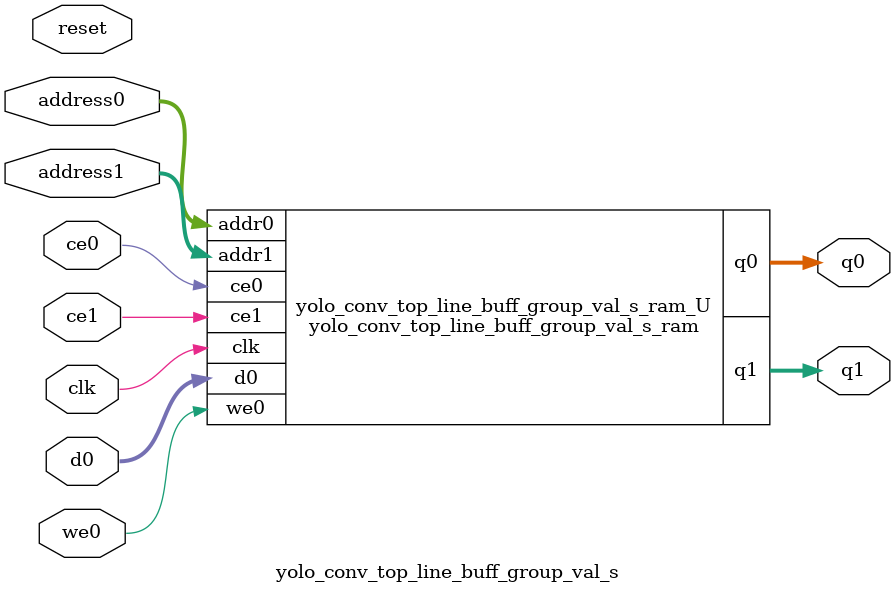
<source format=v>
`timescale 1 ns / 1 ps
module yolo_conv_top_line_buff_group_val_s_ram (addr0, ce0, d0, we0, q0, addr1, ce1, q1,  clk);

parameter DWIDTH = 32;
parameter AWIDTH = 11;
parameter MEM_SIZE = 1254;

input[AWIDTH-1:0] addr0;
input ce0;
input[DWIDTH-1:0] d0;
input we0;
output reg[DWIDTH-1:0] q0;
input[AWIDTH-1:0] addr1;
input ce1;
output reg[DWIDTH-1:0] q1;
input clk;

(* ram_style = "block" *)reg [DWIDTH-1:0] ram[0:MEM_SIZE-1];




always @(posedge clk)  
begin 
    if (ce0) 
    begin
        if (we0) 
        begin 
            ram[addr0] <= d0; 
        end 
        q0 <= ram[addr0];
    end
end


always @(posedge clk)  
begin 
    if (ce1) 
    begin
        q1 <= ram[addr1];
    end
end


endmodule

`timescale 1 ns / 1 ps
module yolo_conv_top_line_buff_group_val_s(
    reset,
    clk,
    address0,
    ce0,
    we0,
    d0,
    q0,
    address1,
    ce1,
    q1);

parameter DataWidth = 32'd32;
parameter AddressRange = 32'd1254;
parameter AddressWidth = 32'd11;
input reset;
input clk;
input[AddressWidth - 1:0] address0;
input ce0;
input we0;
input[DataWidth - 1:0] d0;
output[DataWidth - 1:0] q0;
input[AddressWidth - 1:0] address1;
input ce1;
output[DataWidth - 1:0] q1;



yolo_conv_top_line_buff_group_val_s_ram yolo_conv_top_line_buff_group_val_s_ram_U(
    .clk( clk ),
    .addr0( address0 ),
    .ce0( ce0 ),
    .we0( we0 ),
    .d0( d0 ),
    .q0( q0 ),
    .addr1( address1 ),
    .ce1( ce1 ),
    .q1( q1 ));

endmodule


</source>
